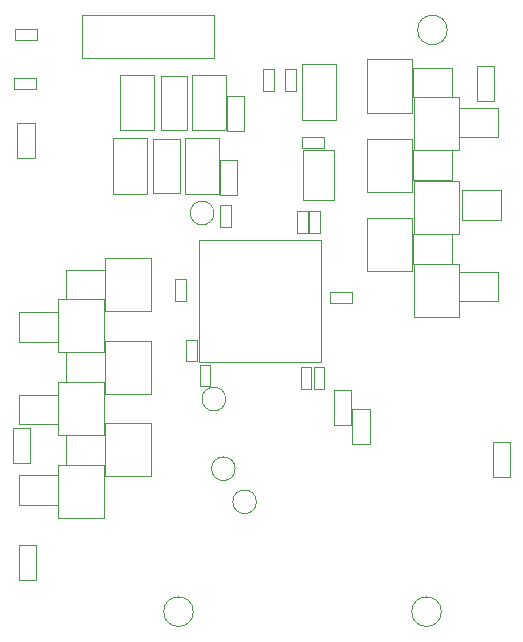
<source format=gbr>
%TF.GenerationSoftware,KiCad,Pcbnew,8.0.7-8.0.7-0~ubuntu22.04.1*%
%TF.CreationDate,2024-12-10T17:00:38-05:00*%
%TF.ProjectId,breakout-tt07-qfn,62726561-6b6f-4757-942d-747430372d71,1.1*%
%TF.SameCoordinates,PX2b64660PY42c1d80*%
%TF.FileFunction,Other,User*%
%FSLAX46Y46*%
G04 Gerber Fmt 4.6, Leading zero omitted, Abs format (unit mm)*
G04 Created by KiCad (PCBNEW 8.0.7-8.0.7-0~ubuntu22.04.1) date 2024-12-10 17:00:38*
%MOMM*%
%LPD*%
G01*
G04 APERTURE LIST*
%ADD10C,0.050000*%
G04 APERTURE END LIST*
D10*
%TO.C,C5*%
X73840000Y-47790000D02*
X74760000Y-47790000D01*
X73840000Y-49610000D02*
X73840000Y-47790000D01*
X74760000Y-47790000D02*
X74760000Y-49610000D01*
X74760000Y-49610000D02*
X73840000Y-49610000D01*
%TO.C,C4*%
X65290000Y-47590000D02*
X66210000Y-47590000D01*
X65290000Y-49410000D02*
X65290000Y-47590000D01*
X66210000Y-47590000D02*
X66210000Y-49410000D01*
X66210000Y-49410000D02*
X65290000Y-49410000D01*
%TO.C,C8*%
X74940000Y-47790000D02*
X75860000Y-47790000D01*
X74940000Y-49610000D02*
X74940000Y-47790000D01*
X75860000Y-47790000D02*
X75860000Y-49610000D01*
X75860000Y-49610000D02*
X74940000Y-49610000D01*
%TO.C,C6*%
X73540000Y-34590000D02*
X74460000Y-34590000D01*
X73540000Y-36410000D02*
X73540000Y-34590000D01*
X74460000Y-34590000D02*
X74460000Y-36410000D01*
X74460000Y-36410000D02*
X73540000Y-36410000D01*
%TO.C,C10*%
X67040000Y-34090000D02*
X67960000Y-34090000D01*
X67040000Y-35910000D02*
X67040000Y-34090000D01*
X67960000Y-34090000D02*
X67960000Y-35910000D01*
X67960000Y-35910000D02*
X67040000Y-35910000D01*
%TO.C,C13*%
X76340000Y-41440000D02*
X78160000Y-41440000D01*
X76340000Y-42360000D02*
X76340000Y-41440000D01*
X78160000Y-41440000D02*
X78160000Y-42360000D01*
X78160000Y-42360000D02*
X76340000Y-42360000D01*
%TO.C,TP3*%
X58550000Y-23050000D02*
X61450000Y-23050000D01*
X58550000Y-27750000D02*
X58550000Y-23050000D01*
X61450000Y-23050000D02*
X61450000Y-27750000D01*
X61450000Y-27750000D02*
X58550000Y-27750000D01*
%TO.C,TP2*%
X64050000Y-28400000D02*
X66950000Y-28400000D01*
X64050000Y-33100000D02*
X64050000Y-28400000D01*
X66950000Y-28400000D02*
X66950000Y-33100000D01*
X66950000Y-33100000D02*
X64050000Y-33100000D01*
%TO.C,J3*%
X53337500Y-42050000D02*
X53337500Y-46550000D01*
X53337500Y-46550000D02*
X57187500Y-46550000D01*
X57187500Y-42050000D02*
X53337500Y-42050000D01*
X57187500Y-46550000D02*
X57187500Y-42050000D01*
%TO.C,C19*%
X76670000Y-49720000D02*
X78130000Y-49720000D01*
X76670000Y-52680000D02*
X76670000Y-49720000D01*
X78130000Y-49720000D02*
X78130000Y-52680000D01*
X78130000Y-52680000D02*
X76670000Y-52680000D01*
%TO.C,C7*%
X74540000Y-34590000D02*
X75460000Y-34590000D01*
X74540000Y-36410000D02*
X74540000Y-34590000D01*
X75460000Y-34590000D02*
X75460000Y-36410000D01*
X75460000Y-36410000D02*
X74540000Y-36410000D01*
%TO.C,TP8*%
X70100000Y-59200000D02*
G75*
G02*
X68100000Y-59200000I-1000000J0D01*
G01*
X68100000Y-59200000D02*
G75*
G02*
X70100000Y-59200000I1000000J0D01*
G01*
%TO.C,J12*%
X83425000Y-24950000D02*
X83425000Y-29450000D01*
X83425000Y-29450000D02*
X87275000Y-29450000D01*
X87275000Y-24950000D02*
X83425000Y-24950000D01*
X87275000Y-29450000D02*
X87275000Y-24950000D01*
%TO.C,R1*%
X49570000Y-23330000D02*
X51430000Y-23330000D01*
X49570000Y-24270000D02*
X49570000Y-23330000D01*
X51430000Y-23330000D02*
X51430000Y-24270000D01*
X51430000Y-24270000D02*
X49570000Y-24270000D01*
%TO.C,FID2*%
X86250000Y-19250000D02*
G75*
G02*
X83750000Y-19250000I-1250000J0D01*
G01*
X83750000Y-19250000D02*
G75*
G02*
X86250000Y-19250000I1250000J0D01*
G01*
%TO.C,JP8*%
X83375000Y-36550000D02*
X83375000Y-39050000D01*
X83375000Y-36550000D02*
X86675000Y-36550000D01*
X86675000Y-39050000D02*
X83375000Y-39050000D01*
X86675000Y-39050000D02*
X86675000Y-36550000D01*
%TO.C,J13*%
X79425000Y-21750000D02*
X79425000Y-26250000D01*
X79425000Y-26250000D02*
X83275000Y-26250000D01*
X83275000Y-21750000D02*
X79425000Y-21750000D01*
X83275000Y-26250000D02*
X83275000Y-21750000D01*
%TO.C,C14*%
X49970000Y-62870000D02*
X51430000Y-62870000D01*
X49970000Y-65830000D02*
X49970000Y-62870000D01*
X51430000Y-62870000D02*
X51430000Y-65830000D01*
X51430000Y-65830000D02*
X49970000Y-65830000D01*
%TO.C,C2*%
X67020000Y-30270000D02*
X68480000Y-30270000D01*
X67020000Y-33230000D02*
X67020000Y-30270000D01*
X68480000Y-30270000D02*
X68480000Y-33230000D01*
X68480000Y-33230000D02*
X67020000Y-33230000D01*
%TO.C,U1*%
X65270000Y-37070000D02*
X65270000Y-47330000D01*
X65270000Y-47330000D02*
X75530000Y-47330000D01*
X75530000Y-37070000D02*
X65270000Y-37070000D01*
X75530000Y-47330000D02*
X75530000Y-37070000D01*
%TO.C,J4*%
X57287500Y-45550000D02*
X57287500Y-50050000D01*
X57287500Y-50050000D02*
X61137500Y-50050000D01*
X61137500Y-45550000D02*
X57287500Y-45550000D01*
X61137500Y-50050000D02*
X61137500Y-45550000D01*
%TO.C,J8*%
X83425000Y-39050000D02*
X83425000Y-43550000D01*
X83425000Y-43550000D02*
X87275000Y-43550000D01*
X87275000Y-39050000D02*
X83425000Y-39050000D01*
X87275000Y-43550000D02*
X87275000Y-39050000D01*
%TO.C,JP11*%
X87275000Y-25825000D02*
X87275000Y-28325000D01*
X87275000Y-25825000D02*
X90575000Y-25825000D01*
X90575000Y-28325000D02*
X87275000Y-28325000D01*
X90575000Y-28325000D02*
X90575000Y-25825000D01*
%TO.C,TP7*%
X68300000Y-56400000D02*
G75*
G02*
X66300000Y-56400000I-1000000J0D01*
G01*
X66300000Y-56400000D02*
G75*
G02*
X68300000Y-56400000I1000000J0D01*
G01*
%TO.C,JP4*%
X49987500Y-50150000D02*
X49987500Y-52650000D01*
X49987500Y-50150000D02*
X53287500Y-50150000D01*
X53287500Y-52650000D02*
X49987500Y-52650000D01*
X53287500Y-52650000D02*
X53287500Y-50150000D01*
%TO.C,U2*%
X74050000Y-29450000D02*
X76650000Y-29450000D01*
X74050000Y-33650000D02*
X74050000Y-29450000D01*
X74050000Y-33650000D02*
X76650000Y-33650000D01*
X76650000Y-33650000D02*
X76650000Y-29450000D01*
%TO.C,FID1*%
X64750000Y-68500000D02*
G75*
G02*
X62250000Y-68500000I-1250000J0D01*
G01*
X62250000Y-68500000D02*
G75*
G02*
X64750000Y-68500000I1250000J0D01*
G01*
%TO.C,R3*%
X61980000Y-23120000D02*
X64220000Y-23120000D01*
X61980000Y-27680000D02*
X61980000Y-23120000D01*
X64220000Y-23120000D02*
X64220000Y-27680000D01*
X64220000Y-27680000D02*
X61980000Y-27680000D01*
%TO.C,C11*%
X63240000Y-40340000D02*
X64160000Y-40340000D01*
X63240000Y-42160000D02*
X63240000Y-40340000D01*
X64160000Y-40340000D02*
X64160000Y-42160000D01*
X64160000Y-42160000D02*
X63240000Y-42160000D01*
%TO.C,JP9*%
X87475000Y-32825000D02*
X87475000Y-35325000D01*
X87475000Y-32825000D02*
X90775000Y-32825000D01*
X90775000Y-35325000D02*
X87475000Y-35325000D01*
X90775000Y-35325000D02*
X90775000Y-32825000D01*
%TO.C,JP10*%
X83375000Y-29450000D02*
X83375000Y-31950000D01*
X83375000Y-29450000D02*
X86675000Y-29450000D01*
X86675000Y-31950000D02*
X83375000Y-31950000D01*
X86675000Y-31950000D02*
X86675000Y-29450000D01*
%TO.C,C17*%
X49470000Y-52920000D02*
X50930000Y-52920000D01*
X49470000Y-55880000D02*
X49470000Y-52920000D01*
X50930000Y-52920000D02*
X50930000Y-55880000D01*
X50930000Y-55880000D02*
X49470000Y-55880000D01*
%TO.C,C12*%
X64140000Y-45490000D02*
X65060000Y-45490000D01*
X64140000Y-47310000D02*
X64140000Y-45490000D01*
X65060000Y-45490000D02*
X65060000Y-47310000D01*
X65060000Y-47310000D02*
X64140000Y-47310000D01*
%TO.C,C3*%
X67570000Y-24820000D02*
X69030000Y-24820000D01*
X67570000Y-27780000D02*
X67570000Y-24820000D01*
X69030000Y-24820000D02*
X69030000Y-27780000D01*
X69030000Y-27780000D02*
X67570000Y-27780000D01*
%TO.C,C16*%
X90120000Y-54170000D02*
X91580000Y-54170000D01*
X90120000Y-57130000D02*
X90120000Y-54170000D01*
X91580000Y-54170000D02*
X91580000Y-57130000D01*
X91580000Y-57130000D02*
X90120000Y-57130000D01*
%TO.C,JP5*%
X53987500Y-53550000D02*
X53987500Y-56050000D01*
X53987500Y-53550000D02*
X57287500Y-53550000D01*
X57287500Y-56050000D02*
X53987500Y-56050000D01*
X57287500Y-56050000D02*
X57287500Y-53550000D01*
%TO.C,J9*%
X79425000Y-35150000D02*
X79425000Y-39650000D01*
X79425000Y-39650000D02*
X83275000Y-39650000D01*
X83275000Y-35150000D02*
X79425000Y-35150000D01*
X83275000Y-39650000D02*
X83275000Y-35150000D01*
%TO.C,TP6*%
X67500000Y-50500000D02*
G75*
G02*
X65500000Y-50500000I-1000000J0D01*
G01*
X65500000Y-50500000D02*
G75*
G02*
X67500000Y-50500000I1000000J0D01*
G01*
%TO.C,TP4*%
X57950000Y-28400000D02*
X60850000Y-28400000D01*
X57950000Y-33100000D02*
X57950000Y-28400000D01*
X60850000Y-28400000D02*
X60850000Y-33100000D01*
X60850000Y-33100000D02*
X57950000Y-33100000D01*
%TO.C,R4*%
X61380000Y-28470000D02*
X63620000Y-28470000D01*
X61380000Y-33030000D02*
X61380000Y-28470000D01*
X63620000Y-28470000D02*
X63620000Y-33030000D01*
X63620000Y-33030000D02*
X61380000Y-33030000D01*
%TO.C,TP5*%
X66500000Y-34750000D02*
G75*
G02*
X64500000Y-34750000I-1000000J0D01*
G01*
X64500000Y-34750000D02*
G75*
G02*
X66500000Y-34750000I1000000J0D01*
G01*
%TO.C,FID3*%
X85750000Y-68500000D02*
G75*
G02*
X83250000Y-68500000I-1250000J0D01*
G01*
X83250000Y-68500000D02*
G75*
G02*
X85750000Y-68500000I1250000J0D01*
G01*
%TO.C,J1*%
X55350000Y-18000000D02*
X55350000Y-21600000D01*
X55350000Y-21600000D02*
X66550000Y-21600000D01*
X66550000Y-18000000D02*
X55350000Y-18000000D01*
X66550000Y-21600000D02*
X66550000Y-18000000D01*
%TO.C,JP1*%
X53987500Y-39550000D02*
X53987500Y-42050000D01*
X53987500Y-39550000D02*
X57287500Y-39550000D01*
X57287500Y-42050000D02*
X53987500Y-42050000D01*
X57287500Y-42050000D02*
X57287500Y-39550000D01*
%TO.C,C1*%
X88770000Y-22320000D02*
X90230000Y-22320000D01*
X88770000Y-25280000D02*
X88770000Y-22320000D01*
X90230000Y-22320000D02*
X90230000Y-25280000D01*
X90230000Y-25280000D02*
X88770000Y-25280000D01*
%TO.C,JP2*%
X50037500Y-43150000D02*
X50037500Y-45650000D01*
X50037500Y-43150000D02*
X53337500Y-43150000D01*
X53337500Y-45650000D02*
X50037500Y-45650000D01*
X53337500Y-45650000D02*
X53337500Y-43150000D01*
%TO.C,JP6*%
X50037500Y-56950000D02*
X50037500Y-59450000D01*
X50037500Y-56950000D02*
X53337500Y-56950000D01*
X53337500Y-59450000D02*
X50037500Y-59450000D01*
X53337500Y-59450000D02*
X53337500Y-56950000D01*
%TO.C,JP12*%
X83375000Y-22450000D02*
X83375000Y-24950000D01*
X83375000Y-22450000D02*
X86675000Y-22450000D01*
X86675000Y-24950000D02*
X83375000Y-24950000D01*
X86675000Y-24950000D02*
X86675000Y-22450000D01*
%TO.C,J7*%
X53337500Y-56050000D02*
X53337500Y-60550000D01*
X53337500Y-60550000D02*
X57187500Y-60550000D01*
X57187500Y-56050000D02*
X53337500Y-56050000D01*
X57187500Y-60550000D02*
X57187500Y-56050000D01*
%TO.C,R2*%
X49670000Y-19130000D02*
X51530000Y-19130000D01*
X49670000Y-20070000D02*
X49670000Y-19130000D01*
X51530000Y-19130000D02*
X51530000Y-20070000D01*
X51530000Y-20070000D02*
X49670000Y-20070000D01*
%TO.C,R7*%
X72530000Y-22570000D02*
X73470000Y-22570000D01*
X72530000Y-24430000D02*
X72530000Y-22570000D01*
X73470000Y-22570000D02*
X73470000Y-24430000D01*
X73470000Y-24430000D02*
X72530000Y-24430000D01*
%TO.C,R6*%
X70680000Y-22560000D02*
X71620000Y-22560000D01*
X70680000Y-24420000D02*
X70680000Y-22560000D01*
X71620000Y-22560000D02*
X71620000Y-24420000D01*
X71620000Y-24420000D02*
X70680000Y-24420000D01*
%TO.C,JP7*%
X87275000Y-39725000D02*
X87275000Y-42225000D01*
X87275000Y-39725000D02*
X90575000Y-39725000D01*
X90575000Y-42225000D02*
X87275000Y-42225000D01*
X90575000Y-42225000D02*
X90575000Y-39725000D01*
%TO.C,J2*%
X57287500Y-38550000D02*
X57287500Y-43050000D01*
X57287500Y-43050000D02*
X61137500Y-43050000D01*
X61137500Y-38550000D02*
X57287500Y-38550000D01*
X61137500Y-43050000D02*
X61137500Y-38550000D01*
%TO.C,JP3*%
X53987500Y-46550000D02*
X53987500Y-49050000D01*
X53987500Y-46550000D02*
X57287500Y-46550000D01*
X57287500Y-49050000D02*
X53987500Y-49050000D01*
X57287500Y-49050000D02*
X57287500Y-46550000D01*
%TO.C,J6*%
X57287500Y-52550000D02*
X57287500Y-57050000D01*
X57287500Y-57050000D02*
X61137500Y-57050000D01*
X61137500Y-52550000D02*
X57287500Y-52550000D01*
X61137500Y-57050000D02*
X61137500Y-52550000D01*
%TO.C,TP9*%
X73950000Y-22150000D02*
X76850000Y-22150000D01*
X73950000Y-26850000D02*
X73950000Y-22150000D01*
X76850000Y-22150000D02*
X76850000Y-26850000D01*
X76850000Y-26850000D02*
X73950000Y-26850000D01*
%TO.C,J11*%
X79425000Y-28450000D02*
X79425000Y-32950000D01*
X79425000Y-32950000D02*
X83275000Y-32950000D01*
X83275000Y-28450000D02*
X79425000Y-28450000D01*
X83275000Y-32950000D02*
X83275000Y-28450000D01*
%TO.C,C15*%
X49870000Y-27095000D02*
X51330000Y-27095000D01*
X49870000Y-30055000D02*
X49870000Y-27095000D01*
X51330000Y-27095000D02*
X51330000Y-30055000D01*
X51330000Y-30055000D02*
X49870000Y-30055000D01*
%TO.C,C9*%
X73990000Y-28340000D02*
X75810000Y-28340000D01*
X73990000Y-29260000D02*
X73990000Y-28340000D01*
X75810000Y-28340000D02*
X75810000Y-29260000D01*
X75810000Y-29260000D02*
X73990000Y-29260000D01*
%TO.C,TP1*%
X64650000Y-23050000D02*
X67550000Y-23050000D01*
X64650000Y-27750000D02*
X64650000Y-23050000D01*
X67550000Y-23050000D02*
X67550000Y-27750000D01*
X67550000Y-27750000D02*
X64650000Y-27750000D01*
%TO.C,J10*%
X83425000Y-32000000D02*
X83425000Y-36500000D01*
X83425000Y-36500000D02*
X87275000Y-36500000D01*
X87275000Y-32000000D02*
X83425000Y-32000000D01*
X87275000Y-36500000D02*
X87275000Y-32000000D01*
%TO.C,J5*%
X53337500Y-49050000D02*
X53337500Y-53550000D01*
X53337500Y-53550000D02*
X57187500Y-53550000D01*
X57187500Y-49050000D02*
X53337500Y-49050000D01*
X57187500Y-53550000D02*
X57187500Y-49050000D01*
%TO.C,C18*%
X78220000Y-51370000D02*
X79680000Y-51370000D01*
X78220000Y-54330000D02*
X78220000Y-51370000D01*
X79680000Y-51370000D02*
X79680000Y-54330000D01*
X79680000Y-54330000D02*
X78220000Y-54330000D01*
%TD*%
M02*

</source>
